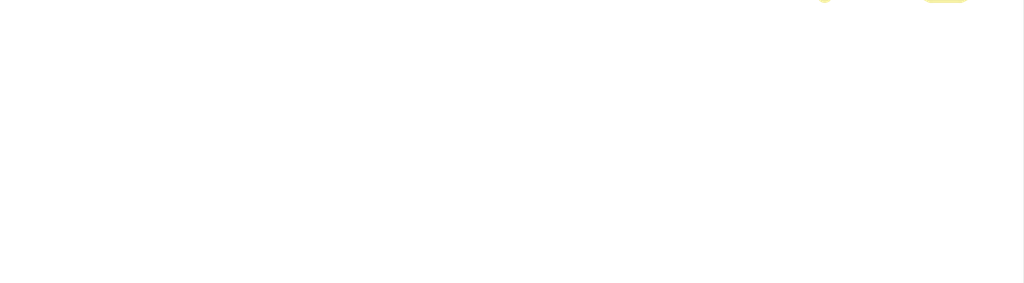
<source format=kicad_pcb>
(kicad_pcb (version 4) (host pcbnew 4.0.1-stable)

  (general
    (links 10)
    (no_connects 2)
    (area 187.214999 123.714999 219.800001 160.807001)
    (thickness 1.6)
    (drawings 11)
    (tracks 22)
    (zones 0)
    (modules 3)
    (nets 9)
  )

  (page A4)
  (layers
    (0 F.Cu signal hide)
    (31 B.Cu signal hide)
    (32 B.Adhes user hide)
    (33 F.Adhes user hide)
    (34 B.Paste user hide)
    (35 F.Paste user hide)
    (36 B.SilkS user hide)
    (37 F.SilkS user hide)
    (38 B.Mask user)
    (39 F.Mask user)
    (40 Dwgs.User user hide)
    (41 Cmts.User user hide)
    (42 Eco1.User user hide)
    (43 Eco2.User user hide)
    (44 Edge.Cuts user hide)
    (45 Margin user hide)
    (46 B.CrtYd user hide)
    (47 F.CrtYd user hide)
    (48 B.Fab user hide)
    (49 F.Fab user hide)
  )

  (setup
    (last_trace_width 0.25)
    (trace_clearance 0.2)
    (zone_clearance 0.508)
    (zone_45_only no)
    (trace_min 0.2)
    (segment_width 0.2)
    (edge_width 0.1)
    (via_size 0.6)
    (via_drill 0.4)
    (via_min_size 0.4)
    (via_min_drill 0.3)
    (uvia_size 0.3)
    (uvia_drill 0.1)
    (uvias_allowed no)
    (uvia_min_size 0.2)
    (uvia_min_drill 0.1)
    (pcb_text_width 0.3)
    (pcb_text_size 1.5 1.5)
    (mod_edge_width 0.15)
    (mod_text_size 1 1)
    (mod_text_width 0.15)
    (pad_size 1.5 1.5)
    (pad_drill 0.6)
    (pad_to_mask_clearance 0)
    (aux_axis_origin 0 0)
    (visible_elements FFFFFF7F)
    (pcbplotparams
      (layerselection 0x010f0_80000001)
      (usegerberextensions true)
      (excludeedgelayer true)
      (linewidth 0.100000)
      (plotframeref false)
      (viasonmask false)
      (mode 1)
      (useauxorigin false)
      (hpglpennumber 1)
      (hpglpenspeed 20)
      (hpglpendiameter 15)
      (hpglpenoverlay 2)
      (psnegative false)
      (psa4output false)
      (plotreference true)
      (plotvalue true)
      (plotinvisibletext false)
      (padsonsilk false)
      (subtractmaskfromsilk false)
      (outputformat 1)
      (mirror false)
      (drillshape 0)
      (scaleselection 1)
      (outputdirectory Gerber/))
  )

  (net 0 "")
  (net 1 "Net-(P1-Pad5)")
  (net 2 "Net-(P1-Pad1)")
  (net 3 "Net-(P1-Pad2)")
  (net 4 "Net-(P1-Pad3)")
  (net 5 "Net-(P1-Pad4)")
  (net 6 "Net-(P2-Pad1)")
  (net 7 "Net-(P3-Pad3)")
  (net 8 "Net-(P3-Pad2)")

  (net_class Default "This is the default net class."
    (clearance 0.2)
    (trace_width 0.25)
    (via_dia 0.6)
    (via_drill 0.4)
    (uvia_dia 0.3)
    (uvia_drill 0.1)
    (add_net "Net-(P1-Pad1)")
    (add_net "Net-(P1-Pad2)")
    (add_net "Net-(P1-Pad3)")
    (add_net "Net-(P1-Pad4)")
    (add_net "Net-(P1-Pad5)")
    (add_net "Net-(P2-Pad1)")
    (add_net "Net-(P3-Pad2)")
    (add_net "Net-(P3-Pad3)")
  )

  (module Connect:USB_A (layer F.Cu) (tedit 56870D66) (tstamp 5686F98C)
    (at 199.39 137.16 180)
    (descr "USB A connector")
    (tags "USB USB_A")
    (path /5683095F)
    (fp_text reference P2 (at -3.175 -1.905 180) (layer F.SilkS)
      (effects (font (size 1 1) (thickness 0.15)))
    )
    (fp_text value USB_A (at 9.525 -1.905 180) (layer F.Fab)
      (effects (font (size 1 1) (thickness 0.15)))
    )
    (fp_line (start -5.3 13.2) (end -5.3 -1.4) (layer F.CrtYd) (width 0.05))
    (fp_line (start 11.95 -1.4) (end 11.95 13.2) (layer F.CrtYd) (width 0.05))
    (fp_line (start -5.3 13.2) (end 11.95 13.2) (layer F.CrtYd) (width 0.05))
    (fp_line (start -5.3 -1.4) (end 11.95 -1.4) (layer F.CrtYd) (width 0.05))
    (fp_line (start 11.04986 -1.14512) (end 11.04986 12.95188) (layer F.SilkS) (width 0.15))
    (fp_line (start -3.93614 12.95188) (end -3.93614 -1.14512) (layer F.SilkS) (width 0.15))
    (fp_line (start 11.04986 -1.14512) (end -3.93614 -1.14512) (layer F.SilkS) (width 0.15))
    (fp_line (start 11.04986 12.95188) (end -3.93614 12.95188) (layer F.SilkS) (width 0.15))
    (pad 4 thru_hole circle (at 7.11286 -0.00212 90) (size 1.50114 1.50114) (drill 1.00076) (layers *.Cu *.Mask F.SilkS)
      (net 5 "Net-(P1-Pad4)"))
    (pad 3 thru_hole circle (at 4.57286 -0.00212 90) (size 1.50114 1.50114) (drill 1.00076) (layers *.Cu *.Mask F.SilkS)
      (net 4 "Net-(P1-Pad3)"))
    (pad 2 thru_hole circle (at 2.54086 -0.00212 90) (size 1.50114 1.50114) (drill 1.00076) (layers *.Cu *.Mask F.SilkS)
      (net 3 "Net-(P1-Pad2)"))
    (pad 1 thru_hole circle (at 0.00086 -0.00212 90) (size 1.50114 1.50114) (drill 1.00076) (layers *.Cu *.Mask F.SilkS)
      (net 6 "Net-(P2-Pad1)"))
    (pad 5 thru_hole circle (at 10.16086 2.66488 90) (size 2.99974 2.99974) (drill 2.30124) (layers *.Cu *.Mask F.SilkS)
      (net 1 "Net-(P1-Pad5)"))
    (pad 5 thru_hole circle (at -3.55514 2.66488 90) (size 2.99974 2.99974) (drill 2.30124) (layers *.Cu *.Mask F.SilkS)
      (net 1 "Net-(P1-Pad5)"))
    (model Connect.3dshapes/USB_A.wrl
      (at (xyz 0.14 0 0))
      (scale (xyz 1 1 1))
      (rotate (xyz 0 0 90))
    )
  )

  (module Connect:USB_A (layer F.Cu) (tedit 56870D80) (tstamp 5686F996)
    (at 206.375 135.89 90)
    (descr "USB A connector")
    (tags "USB USB_A")
    (path /56830A7E)
    (fp_text reference P3 (at -6.35 4.445 180) (layer F.SilkS)
      (effects (font (size 1 1) (thickness 0.15)))
    )
    (fp_text value USB_A (at -6.35 0.635 360) (layer F.Fab)
      (effects (font (size 1 1) (thickness 0.15)))
    )
    (fp_line (start -5.3 13.2) (end -5.3 -1.4) (layer F.CrtYd) (width 0.05))
    (fp_line (start 11.95 -1.4) (end 11.95 13.2) (layer F.CrtYd) (width 0.05))
    (fp_line (start -5.3 13.2) (end 11.95 13.2) (layer F.CrtYd) (width 0.05))
    (fp_line (start -5.3 -1.4) (end 11.95 -1.4) (layer F.CrtYd) (width 0.05))
    (fp_line (start 11.04986 -1.14512) (end 11.04986 12.95188) (layer F.SilkS) (width 0.15))
    (fp_line (start -3.93614 12.95188) (end -3.93614 -1.14512) (layer F.SilkS) (width 0.15))
    (fp_line (start 11.04986 -1.14512) (end -3.93614 -1.14512) (layer F.SilkS) (width 0.15))
    (fp_line (start 11.04986 12.95188) (end -3.93614 12.95188) (layer F.SilkS) (width 0.15))
    (pad 4 thru_hole circle (at 7.11286 -0.00212) (size 1.50114 1.50114) (drill 1.00076) (layers *.Cu *.Mask F.SilkS)
      (net 6 "Net-(P2-Pad1)"))
    (pad 3 thru_hole circle (at 4.57286 -0.00212) (size 1.50114 1.50114) (drill 1.00076) (layers *.Cu *.Mask F.SilkS)
      (net 7 "Net-(P3-Pad3)"))
    (pad 2 thru_hole circle (at 2.54086 -0.00212) (size 1.50114 1.50114) (drill 1.00076) (layers *.Cu *.Mask F.SilkS)
      (net 8 "Net-(P3-Pad2)"))
    (pad 1 thru_hole circle (at 0.00086 -0.00212) (size 1.50114 1.50114) (drill 1.00076) (layers *.Cu *.Mask F.SilkS)
      (net 2 "Net-(P1-Pad1)"))
    (pad 5 thru_hole circle (at 10.16086 2.66488) (size 2.99974 2.99974) (drill 2.30124) (layers *.Cu *.Mask F.SilkS)
      (net 1 "Net-(P1-Pad5)"))
    (pad 5 thru_hole circle (at -3.55514 2.66488) (size 2.99974 2.99974) (drill 2.30124) (layers *.Cu *.Mask F.SilkS)
      (net 1 "Net-(P1-Pad5)"))
    (model Connect.3dshapes/USB_A.wrl
      (at (xyz 0.14 0 0))
      (scale (xyz 1 1 1))
      (rotate (xyz 0 0 90))
    )
  )

  (module con-trougnouf:USB_A (layer F.Cu) (tedit 56870D58) (tstamp 5686FCAE)
    (at 195.58 146.05)
    (path /56830B0B)
    (fp_text reference P1 (at -6.985 0) (layer F.SilkS)
      (effects (font (size 1 1) (thickness 0.15)))
    )
    (fp_text value USB_A (at 8.89 0) (layer F.Fab)
      (effects (font (size 1 1) (thickness 0.15)))
    )
    (fp_line (start 6.025 0.004) (end -6.025 0.004) (layer F.SilkS) (width 0.15))
    (fp_line (start 6.096 -3.048) (end 6.096 14.478) (layer F.SilkS) (width 0.15))
    (fp_line (start -6.096 -3.048) (end -6.096 14.478) (layer F.SilkS) (width 0.15))
    (fp_line (start 6.025 14.482) (end -6.025 14.482) (layer F.SilkS) (width 0.15))
    (fp_line (start 6.025 -3.048) (end -6.025 -3.048) (layer F.SilkS) (width 0.15))
    (pad 5 smd oval (at 5.7 -1.568) (size 0.9 2.5) (layers F.Cu F.Paste F.Mask)
      (net 1 "Net-(P1-Pad5)"))
    (pad "" smd circle (at 2.3 -1.568) (size 1.1 1.1) (layers F.Cu F.Paste F.Mask))
    (pad 4 smd rect (at -3.5 -4.318) (size 1.1 2.5) (layers F.Cu F.Paste F.Mask)
      (net 5 "Net-(P1-Pad4)"))
    (pad 3 smd rect (at -1 -4.318) (size 1.1 2.5) (layers F.Cu F.Paste F.Mask)
      (net 4 "Net-(P1-Pad3)"))
    (pad 2 smd rect (at 1 -4.318) (size 1.1 2.5) (layers F.Cu F.Paste F.Mask)
      (net 3 "Net-(P1-Pad2)"))
    (pad 1 smd rect (at 3.5 -4.318) (size 1.1 2.5) (layers F.Cu F.Paste F.Mask)
      (net 2 "Net-(P1-Pad1)"))
    (pad "" smd circle (at -2.3 -1.568) (size 1.1 1.1) (layers F.Cu F.Paste F.Mask))
    (pad 5 smd oval (at -5.7 -1.568) (size 0.9 2.5) (layers F.Cu F.Paste F.Mask)
      (net 1 "Net-(P1-Pad5)"))
  )

  (gr_text Switch (at 210.185 132.08 90) (layer B.SilkS)
    (effects (font (size 1.5 1.5) (thickness 0.3)) (justify mirror))
  )
  (gr_text Keyboard (at 196.215 130.81 180) (layer B.SilkS)
    (effects (font (size 1.5 1.5) (thickness 0.3)) (justify mirror))
  )
  (gr_text "USB Switch 1.00" (at 197.485 126.365) (layer B.SilkS)
    (effects (font (size 1.5 1.5) (thickness 0.3)) (justify mirror))
  )
  (gr_text USB-SW (at 207.01 144.145) (layer F.Mask)
    (effects (font (size 1.5 1.5) (thickness 0.3)))
  )
  (gr_text trougnouf (at 193.675 145.415) (layer B.SilkS)
    (effects (font (size 1.5 1.5) (thickness 0.3)) (justify mirror))
  )
  (gr_line (start 204.47 147.32) (end 187.325 147.32) (angle 90) (layer Edge.Cuts) (width 0.1))
  (gr_line (start 212.09 147.32) (end 204.47 147.32) (angle 90) (layer Edge.Cuts) (width 0.1))
  (gr_line (start 212.09 123.825) (end 212.09 147.32) (angle 90) (layer Edge.Cuts) (width 0.1))
  (gr_line (start 211.455 123.825) (end 212.09 123.825) (angle 90) (layer Edge.Cuts) (width 0.1))
  (gr_line (start 187.325 123.825) (end 211.455 123.825) (angle 90) (layer Edge.Cuts) (width 0.1))
  (gr_line (start 187.325 147.32) (end 187.325 123.825) (angle 90) (layer Edge.Cuts) (width 0.1))

  (segment (start 209.03988 139.44514) (end 204.08986 139.44514) (width 0.25) (layer B.Cu) (net 1))
  (segment (start 201.295 142.24) (end 201.295 144.78) (width 0.25) (layer B.Cu) (net 1) (tstamp 56870CD2))
  (segment (start 204.08986 139.44514) (end 201.295 142.24) (width 0.25) (layer B.Cu) (net 1) (tstamp 56870CCA))
  (segment (start 209.03988 125.72914) (end 209.03988 139.44514) (width 0.25) (layer B.Cu) (net 1))
  (segment (start 189.22914 134.49512) (end 189.22914 129.54086) (width 0.25) (layer F.Cu) (net 1))
  (segment (start 193.04086 125.72914) (end 209.03988 125.72914) (width 0.25) (layer F.Cu) (net 1) (tstamp 56870B89))
  (segment (start 189.22914 129.54086) (end 193.04086 125.72914) (width 0.25) (layer F.Cu) (net 1) (tstamp 56870B87))
  (segment (start 189.88 144.482) (end 189.88 135.14598) (width 0.25) (layer F.Cu) (net 1))
  (segment (start 189.88 135.14598) (end 189.22914 134.49512) (width 0.25) (layer F.Cu) (net 1) (tstamp 56870B1E))
  (segment (start 201.28 144.482) (end 201.28 144.16) (width 0.25) (layer F.Cu) (net 1))
  (segment (start 199.08 141.732) (end 200.53002 141.732) (width 0.25) (layer F.Cu) (net 2))
  (segment (start 200.53002 141.732) (end 206.37288 135.88914) (width 0.25) (layer F.Cu) (net 2) (tstamp 56870B83))
  (segment (start 199.08 141.732) (end 199.263 141.732) (width 0.25) (layer F.Cu) (net 2))
  (segment (start 196.58 141.732) (end 196.58 137.43126) (width 0.25) (layer F.Cu) (net 3))
  (segment (start 196.58 137.43126) (end 196.84914 137.16212) (width 0.25) (layer F.Cu) (net 3) (tstamp 56870B27))
  (segment (start 194.58 141.732) (end 194.58 137.39926) (width 0.25) (layer F.Cu) (net 4))
  (segment (start 194.58 137.39926) (end 194.81714 137.16212) (width 0.25) (layer F.Cu) (net 4) (tstamp 56870B24))
  (segment (start 192.08 141.732) (end 192.08 137.35926) (width 0.25) (layer F.Cu) (net 5))
  (segment (start 192.08 137.35926) (end 192.27714 137.16212) (width 0.25) (layer F.Cu) (net 5) (tstamp 56870B21))
  (segment (start 206.37288 128.77714) (end 202.05786 128.77714) (width 0.25) (layer F.Cu) (net 6))
  (segment (start 199.38914 131.44586) (end 199.38914 137.16212) (width 0.25) (layer F.Cu) (net 6) (tstamp 56870B8F))
  (segment (start 202.05786 128.77714) (end 199.38914 131.44586) (width 0.25) (layer F.Cu) (net 6) (tstamp 56870B8D))

)

</source>
